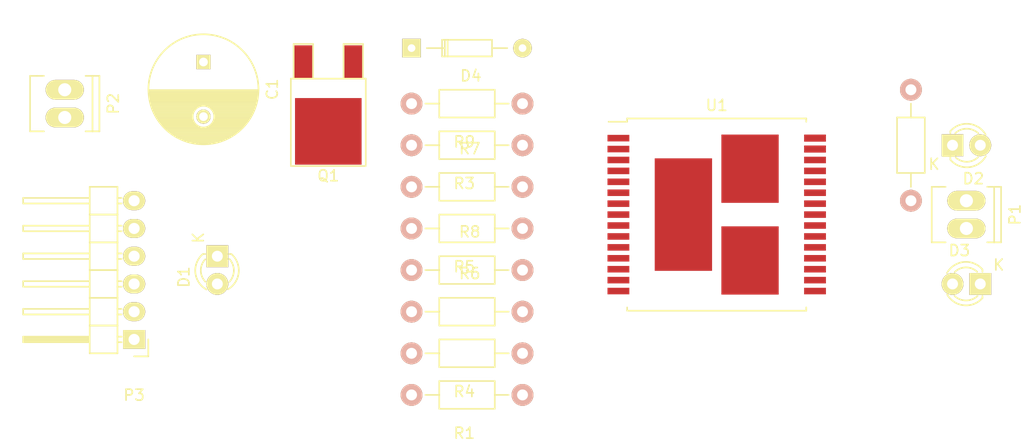
<source format=kicad_pcb>
(kicad_pcb (version 4) (host pcbnew 4.0.4+e1-6308~48~ubuntu14.04.1-stable)

  (general
    (links 44)
    (no_connects 44)
    (area 0 0 0 0)
    (thickness 1.6)
    (drawings 0)
    (tracks 0)
    (zones 0)
    (modules 19)
    (nets 19)
  )

  (page A4)
  (title_block
    (title "Motor Driver")
    (date 2016-11-01)
    (rev 1.0)
  )

  (layers
    (0 F.Cu signal)
    (31 B.Cu signal)
    (32 B.Adhes user)
    (33 F.Adhes user)
    (34 B.Paste user)
    (35 F.Paste user)
    (36 B.SilkS user)
    (37 F.SilkS user)
    (38 B.Mask user)
    (39 F.Mask user)
    (40 Dwgs.User user)
    (41 Cmts.User user)
    (42 Eco1.User user)
    (43 Eco2.User user)
    (44 Edge.Cuts user)
    (45 Margin user)
    (46 B.CrtYd user)
    (47 F.CrtYd user)
    (48 B.Fab user)
    (49 F.Fab user)
  )

  (setup
    (last_trace_width 0.25)
    (trace_clearance 0.2)
    (zone_clearance 0.508)
    (zone_45_only no)
    (trace_min 0.2)
    (segment_width 0.2)
    (edge_width 0.15)
    (via_size 0.6)
    (via_drill 0.4)
    (via_min_size 0.4)
    (via_min_drill 0.3)
    (uvia_size 0.3)
    (uvia_drill 0.1)
    (uvias_allowed no)
    (uvia_min_size 0.2)
    (uvia_min_drill 0.1)
    (pcb_text_width 0.3)
    (pcb_text_size 1.5 1.5)
    (mod_edge_width 0.15)
    (mod_text_size 1 1)
    (mod_text_width 0.15)
    (pad_size 1.524 1.524)
    (pad_drill 0.762)
    (pad_to_mask_clearance 0.2)
    (aux_axis_origin 0 0)
    (visible_elements FFFFFF7F)
    (pcbplotparams
      (layerselection 0x00030_80000001)
      (usegerberextensions false)
      (excludeedgelayer true)
      (linewidth 0.100000)
      (plotframeref false)
      (viasonmask false)
      (mode 1)
      (useauxorigin false)
      (hpglpennumber 1)
      (hpglpenspeed 20)
      (hpglpendiameter 15)
      (hpglpenoverlay 2)
      (psnegative false)
      (psa4output false)
      (plotreference true)
      (plotvalue true)
      (plotinvisibletext false)
      (padsonsilk false)
      (subtractmaskfromsilk false)
      (outputformat 1)
      (mirror false)
      (drillshape 1)
      (scaleselection 1)
      (outputdirectory ""))
  )

  (net 0 "")
  (net 1 "Net-(D4-Pad1)")
  (net 2 Earth)
  (net 3 "Net-(C1-Pad2)")
  (net 4 VCC)
  (net 5 "Net-(D1-Pad2)")
  (net 6 /OUTB)
  (net 7 "Net-(D2-Pad2)")
  (net 8 /OUTA)
  (net 9 +5V)
  (net 10 /INA)
  (net 11 /INB)
  (net 12 /PWM)
  (net 13 /CS)
  (net 14 "Net-(R3-Pad1)")
  (net 15 "Net-(R4-Pad1)")
  (net 16 "Net-(R5-Pad1)")
  (net 17 "Net-(R6-Pad2)")
  (net 18 "Net-(R7-Pad2)")

  (net_class Default "This is the default net class."
    (clearance 0.2)
    (trace_width 0.25)
    (via_dia 0.6)
    (via_drill 0.4)
    (uvia_dia 0.3)
    (uvia_drill 0.1)
    (add_net +5V)
    (add_net /CS)
    (add_net /INA)
    (add_net /INB)
    (add_net /OUTA)
    (add_net /OUTB)
    (add_net /PWM)
    (add_net Earth)
    (add_net "Net-(C1-Pad2)")
    (add_net "Net-(D1-Pad2)")
    (add_net "Net-(D2-Pad2)")
    (add_net "Net-(D4-Pad1)")
    (add_net "Net-(R3-Pad1)")
    (add_net "Net-(R4-Pad1)")
    (add_net "Net-(R5-Pad1)")
    (add_net "Net-(R6-Pad2)")
    (add_net "Net-(R7-Pad2)")
    (add_net VCC)
  )

  (module Capacitors_ThroughHole:C_Radial_D10_L20_P5 (layer F.Cu) (tedit 0) (tstamp 58186F57)
    (at 121.92 81.28 270)
    (descr "Radial Electrolytic Capacitor Diameter 10mm x Length 20mm, Pitch 5mm")
    (tags "Electrolytic Capacitor")
    (path /58197F62)
    (fp_text reference C1 (at 2.5 -6.3 270) (layer F.SilkS)
      (effects (font (size 1 1) (thickness 0.15)))
    )
    (fp_text value 1u (at 2.5 6.3 270) (layer F.Fab)
      (effects (font (size 1 1) (thickness 0.15)))
    )
    (fp_line (start 2.575 -4.999) (end 2.575 4.999) (layer F.SilkS) (width 0.15))
    (fp_line (start 2.715 -4.995) (end 2.715 4.995) (layer F.SilkS) (width 0.15))
    (fp_line (start 2.855 -4.987) (end 2.855 4.987) (layer F.SilkS) (width 0.15))
    (fp_line (start 2.995 -4.975) (end 2.995 4.975) (layer F.SilkS) (width 0.15))
    (fp_line (start 3.135 -4.96) (end 3.135 4.96) (layer F.SilkS) (width 0.15))
    (fp_line (start 3.275 -4.94) (end 3.275 4.94) (layer F.SilkS) (width 0.15))
    (fp_line (start 3.415 -4.916) (end 3.415 4.916) (layer F.SilkS) (width 0.15))
    (fp_line (start 3.555 -4.887) (end 3.555 4.887) (layer F.SilkS) (width 0.15))
    (fp_line (start 3.695 -4.855) (end 3.695 4.855) (layer F.SilkS) (width 0.15))
    (fp_line (start 3.835 -4.818) (end 3.835 4.818) (layer F.SilkS) (width 0.15))
    (fp_line (start 3.975 -4.777) (end 3.975 4.777) (layer F.SilkS) (width 0.15))
    (fp_line (start 4.115 -4.732) (end 4.115 -0.466) (layer F.SilkS) (width 0.15))
    (fp_line (start 4.115 0.466) (end 4.115 4.732) (layer F.SilkS) (width 0.15))
    (fp_line (start 4.255 -4.682) (end 4.255 -0.667) (layer F.SilkS) (width 0.15))
    (fp_line (start 4.255 0.667) (end 4.255 4.682) (layer F.SilkS) (width 0.15))
    (fp_line (start 4.395 -4.627) (end 4.395 -0.796) (layer F.SilkS) (width 0.15))
    (fp_line (start 4.395 0.796) (end 4.395 4.627) (layer F.SilkS) (width 0.15))
    (fp_line (start 4.535 -4.567) (end 4.535 -0.885) (layer F.SilkS) (width 0.15))
    (fp_line (start 4.535 0.885) (end 4.535 4.567) (layer F.SilkS) (width 0.15))
    (fp_line (start 4.675 -4.502) (end 4.675 -0.946) (layer F.SilkS) (width 0.15))
    (fp_line (start 4.675 0.946) (end 4.675 4.502) (layer F.SilkS) (width 0.15))
    (fp_line (start 4.815 -4.432) (end 4.815 -0.983) (layer F.SilkS) (width 0.15))
    (fp_line (start 4.815 0.983) (end 4.815 4.432) (layer F.SilkS) (width 0.15))
    (fp_line (start 4.955 -4.356) (end 4.955 -0.999) (layer F.SilkS) (width 0.15))
    (fp_line (start 4.955 0.999) (end 4.955 4.356) (layer F.SilkS) (width 0.15))
    (fp_line (start 5.095 -4.274) (end 5.095 -0.995) (layer F.SilkS) (width 0.15))
    (fp_line (start 5.095 0.995) (end 5.095 4.274) (layer F.SilkS) (width 0.15))
    (fp_line (start 5.235 -4.186) (end 5.235 -0.972) (layer F.SilkS) (width 0.15))
    (fp_line (start 5.235 0.972) (end 5.235 4.186) (layer F.SilkS) (width 0.15))
    (fp_line (start 5.375 -4.091) (end 5.375 -0.927) (layer F.SilkS) (width 0.15))
    (fp_line (start 5.375 0.927) (end 5.375 4.091) (layer F.SilkS) (width 0.15))
    (fp_line (start 5.515 -3.989) (end 5.515 -0.857) (layer F.SilkS) (width 0.15))
    (fp_line (start 5.515 0.857) (end 5.515 3.989) (layer F.SilkS) (width 0.15))
    (fp_line (start 5.655 -3.879) (end 5.655 -0.756) (layer F.SilkS) (width 0.15))
    (fp_line (start 5.655 0.756) (end 5.655 3.879) (layer F.SilkS) (width 0.15))
    (fp_line (start 5.795 -3.761) (end 5.795 -0.607) (layer F.SilkS) (width 0.15))
    (fp_line (start 5.795 0.607) (end 5.795 3.761) (layer F.SilkS) (width 0.15))
    (fp_line (start 5.935 -3.633) (end 5.935 -0.355) (layer F.SilkS) (width 0.15))
    (fp_line (start 5.935 0.355) (end 5.935 3.633) (layer F.SilkS) (width 0.15))
    (fp_line (start 6.075 -3.496) (end 6.075 3.496) (layer F.SilkS) (width 0.15))
    (fp_line (start 6.215 -3.346) (end 6.215 3.346) (layer F.SilkS) (width 0.15))
    (fp_line (start 6.355 -3.184) (end 6.355 3.184) (layer F.SilkS) (width 0.15))
    (fp_line (start 6.495 -3.007) (end 6.495 3.007) (layer F.SilkS) (width 0.15))
    (fp_line (start 6.635 -2.811) (end 6.635 2.811) (layer F.SilkS) (width 0.15))
    (fp_line (start 6.775 -2.593) (end 6.775 2.593) (layer F.SilkS) (width 0.15))
    (fp_line (start 6.915 -2.347) (end 6.915 2.347) (layer F.SilkS) (width 0.15))
    (fp_line (start 7.055 -2.062) (end 7.055 2.062) (layer F.SilkS) (width 0.15))
    (fp_line (start 7.195 -1.72) (end 7.195 1.72) (layer F.SilkS) (width 0.15))
    (fp_line (start 7.335 -1.274) (end 7.335 1.274) (layer F.SilkS) (width 0.15))
    (fp_line (start 7.475 -0.499) (end 7.475 0.499) (layer F.SilkS) (width 0.15))
    (fp_circle (center 5 0) (end 5 -1) (layer F.SilkS) (width 0.15))
    (fp_circle (center 2.5 0) (end 2.5 -5.0375) (layer F.SilkS) (width 0.15))
    (fp_circle (center 2.5 0) (end 2.5 -5.3) (layer F.CrtYd) (width 0.05))
    (pad 1 thru_hole rect (at 0 0 270) (size 1.3 1.3) (drill 0.8) (layers *.Cu *.Mask F.SilkS)
      (net 4 VCC))
    (pad 2 thru_hole circle (at 5 0 270) (size 1.3 1.3) (drill 0.8) (layers *.Cu *.Mask F.SilkS)
      (net 3 "Net-(C1-Pad2)"))
    (model Capacitors_ThroughHole.3dshapes/C_Radial_D10_L20_P5.wrl
      (at (xyz 0 0 0))
      (scale (xyz 1 1 1))
      (rotate (xyz 0 0 0))
    )
  )

  (module LEDs:LED-3MM (layer F.Cu) (tedit 559B82F6) (tstamp 58186F5D)
    (at 123.19 99.06 270)
    (descr "LED 3mm round vertical")
    (tags "LED  3mm round vertical")
    (path /57DAFAA3)
    (fp_text reference D1 (at 1.91 3.06 270) (layer F.SilkS)
      (effects (font (size 1 1) (thickness 0.15)))
    )
    (fp_text value LED (at 1.3 -2.9 270) (layer F.Fab)
      (effects (font (size 1 1) (thickness 0.15)))
    )
    (fp_line (start -1.2 2.3) (end 3.8 2.3) (layer F.CrtYd) (width 0.05))
    (fp_line (start 3.8 2.3) (end 3.8 -2.2) (layer F.CrtYd) (width 0.05))
    (fp_line (start 3.8 -2.2) (end -1.2 -2.2) (layer F.CrtYd) (width 0.05))
    (fp_line (start -1.2 -2.2) (end -1.2 2.3) (layer F.CrtYd) (width 0.05))
    (fp_line (start -0.199 1.314) (end -0.199 1.114) (layer F.SilkS) (width 0.15))
    (fp_line (start -0.199 -1.28) (end -0.199 -1.1) (layer F.SilkS) (width 0.15))
    (fp_arc (start 1.301 0.034) (end -0.199 -1.286) (angle 108.5) (layer F.SilkS) (width 0.15))
    (fp_arc (start 1.301 0.034) (end 0.25 -1.1) (angle 85.7) (layer F.SilkS) (width 0.15))
    (fp_arc (start 1.311 0.034) (end 3.051 0.994) (angle 110) (layer F.SilkS) (width 0.15))
    (fp_arc (start 1.301 0.034) (end 2.335 1.094) (angle 87.5) (layer F.SilkS) (width 0.15))
    (fp_text user K (at -1.69 1.74 270) (layer F.SilkS)
      (effects (font (size 1 1) (thickness 0.15)))
    )
    (pad 1 thru_hole rect (at 0 0) (size 2 2) (drill 1.00076) (layers *.Cu *.Mask F.SilkS)
      (net 2 Earth))
    (pad 2 thru_hole circle (at 2.54 0 270) (size 2 2) (drill 1.00076) (layers *.Cu *.Mask F.SilkS)
      (net 5 "Net-(D1-Pad2)"))
    (model LEDs.3dshapes/LED-3MM.wrl
      (at (xyz 0.05 0 0))
      (scale (xyz 1 1 1))
      (rotate (xyz 0 0 90))
    )
  )

  (module LEDs:LED-3MM (layer F.Cu) (tedit 559B82F6) (tstamp 58186F63)
    (at 190.5 88.9)
    (descr "LED 3mm round vertical")
    (tags "LED  3mm round vertical")
    (path /57DAFB82)
    (fp_text reference D2 (at 1.91 3.06) (layer F.SilkS)
      (effects (font (size 1 1) (thickness 0.15)))
    )
    (fp_text value LED (at 1.3 -2.9) (layer F.Fab)
      (effects (font (size 1 1) (thickness 0.15)))
    )
    (fp_line (start -1.2 2.3) (end 3.8 2.3) (layer F.CrtYd) (width 0.05))
    (fp_line (start 3.8 2.3) (end 3.8 -2.2) (layer F.CrtYd) (width 0.05))
    (fp_line (start 3.8 -2.2) (end -1.2 -2.2) (layer F.CrtYd) (width 0.05))
    (fp_line (start -1.2 -2.2) (end -1.2 2.3) (layer F.CrtYd) (width 0.05))
    (fp_line (start -0.199 1.314) (end -0.199 1.114) (layer F.SilkS) (width 0.15))
    (fp_line (start -0.199 -1.28) (end -0.199 -1.1) (layer F.SilkS) (width 0.15))
    (fp_arc (start 1.301 0.034) (end -0.199 -1.286) (angle 108.5) (layer F.SilkS) (width 0.15))
    (fp_arc (start 1.301 0.034) (end 0.25 -1.1) (angle 85.7) (layer F.SilkS) (width 0.15))
    (fp_arc (start 1.311 0.034) (end 3.051 0.994) (angle 110) (layer F.SilkS) (width 0.15))
    (fp_arc (start 1.301 0.034) (end 2.335 1.094) (angle 87.5) (layer F.SilkS) (width 0.15))
    (fp_text user K (at -1.69 1.74) (layer F.SilkS)
      (effects (font (size 1 1) (thickness 0.15)))
    )
    (pad 1 thru_hole rect (at 0 0 90) (size 2 2) (drill 1.00076) (layers *.Cu *.Mask F.SilkS)
      (net 6 /OUTB))
    (pad 2 thru_hole circle (at 2.54 0) (size 2 2) (drill 1.00076) (layers *.Cu *.Mask F.SilkS)
      (net 7 "Net-(D2-Pad2)"))
    (model LEDs.3dshapes/LED-3MM.wrl
      (at (xyz 0.05 0 0))
      (scale (xyz 1 1 1))
      (rotate (xyz 0 0 90))
    )
  )

  (module LEDs:LED-3MM (layer F.Cu) (tedit 559B82F6) (tstamp 58186F69)
    (at 193.04 101.6 180)
    (descr "LED 3mm round vertical")
    (tags "LED  3mm round vertical")
    (path /57DAFBD1)
    (fp_text reference D3 (at 1.91 3.06 180) (layer F.SilkS)
      (effects (font (size 1 1) (thickness 0.15)))
    )
    (fp_text value LED (at 1.3 -2.9 180) (layer F.Fab)
      (effects (font (size 1 1) (thickness 0.15)))
    )
    (fp_line (start -1.2 2.3) (end 3.8 2.3) (layer F.CrtYd) (width 0.05))
    (fp_line (start 3.8 2.3) (end 3.8 -2.2) (layer F.CrtYd) (width 0.05))
    (fp_line (start 3.8 -2.2) (end -1.2 -2.2) (layer F.CrtYd) (width 0.05))
    (fp_line (start -1.2 -2.2) (end -1.2 2.3) (layer F.CrtYd) (width 0.05))
    (fp_line (start -0.199 1.314) (end -0.199 1.114) (layer F.SilkS) (width 0.15))
    (fp_line (start -0.199 -1.28) (end -0.199 -1.1) (layer F.SilkS) (width 0.15))
    (fp_arc (start 1.301 0.034) (end -0.199 -1.286) (angle 108.5) (layer F.SilkS) (width 0.15))
    (fp_arc (start 1.301 0.034) (end 0.25 -1.1) (angle 85.7) (layer F.SilkS) (width 0.15))
    (fp_arc (start 1.311 0.034) (end 3.051 0.994) (angle 110) (layer F.SilkS) (width 0.15))
    (fp_arc (start 1.301 0.034) (end 2.335 1.094) (angle 87.5) (layer F.SilkS) (width 0.15))
    (fp_text user K (at -1.69 1.74 180) (layer F.SilkS)
      (effects (font (size 1 1) (thickness 0.15)))
    )
    (pad 1 thru_hole rect (at 0 0 270) (size 2 2) (drill 1.00076) (layers *.Cu *.Mask F.SilkS)
      (net 7 "Net-(D2-Pad2)"))
    (pad 2 thru_hole circle (at 2.54 0 180) (size 2 2) (drill 1.00076) (layers *.Cu *.Mask F.SilkS)
      (net 6 /OUTB))
    (model LEDs.3dshapes/LED-3MM.wrl
      (at (xyz 0.05 0 0))
      (scale (xyz 1 1 1))
      (rotate (xyz 0 0 90))
    )
  )

  (module Sockets_MOLEX_KK-System:Socket_MOLEX-KK-RM2-54mm_Lock_2pin_straight (layer F.Cu) (tedit 0) (tstamp 58186F75)
    (at 191.77 95.25 270)
    (descr "Socket, MOLEX, KK, RM 2.54mm, Lock, 2pin, straight,")
    (tags "Socket, MOLEX, KK, RM 2.54mm, Lock, 2pin, straight,")
    (path /57DAF582)
    (fp_text reference P1 (at 0 -4.445 270) (layer F.SilkS)
      (effects (font (size 1 1) (thickness 0.15)))
    )
    (fp_text value CONN_01X02 (at -0.635 5.08 270) (layer F.Fab)
      (effects (font (size 1 1) (thickness 0.15)))
    )
    (fp_line (start -2.54 -2.54) (end 2.54 -2.54) (layer F.SilkS) (width 0.15))
    (fp_line (start 2.54 3.175) (end 2.54 1.905) (layer F.SilkS) (width 0.15))
    (fp_line (start 2.54 -2.54) (end 2.54 -1.905) (layer F.SilkS) (width 0.15))
    (fp_line (start -2.54 2.54) (end -2.54 1.905) (layer F.SilkS) (width 0.15))
    (fp_line (start -2.54 -2.54) (end -2.54 -1.905) (layer F.SilkS) (width 0.15))
    (fp_line (start -2.54 -2.54) (end -2.54 -3.175) (layer F.SilkS) (width 0.15))
    (fp_line (start -2.54 -3.175) (end 2.54 -3.175) (layer F.SilkS) (width 0.15))
    (fp_line (start 2.54 -3.175) (end 2.54 -2.54) (layer F.SilkS) (width 0.15))
    (fp_line (start 2.54 3.175) (end -2.54 3.175) (layer F.SilkS) (width 0.15))
    (fp_line (start -2.54 3.175) (end -2.54 2.54) (layer F.SilkS) (width 0.15))
    (pad 1 thru_hole oval (at -1.27 0 270) (size 1.80086 3.50012) (drill 1.19888) (layers *.Cu *.Mask F.SilkS)
      (net 8 /OUTA))
    (pad 2 thru_hole oval (at 1.27 0 270) (size 1.80086 3.50012) (drill 1.19888) (layers *.Cu *.Mask F.SilkS)
      (net 6 /OUTB))
  )

  (module Sockets_MOLEX_KK-System:Socket_MOLEX-KK-RM2-54mm_Lock_2pin_straight (layer F.Cu) (tedit 0) (tstamp 58186F7B)
    (at 109.22 85.09 270)
    (descr "Socket, MOLEX, KK, RM 2.54mm, Lock, 2pin, straight,")
    (tags "Socket, MOLEX, KK, RM 2.54mm, Lock, 2pin, straight,")
    (path /57DAF5AF)
    (fp_text reference P2 (at 0 -4.445 270) (layer F.SilkS)
      (effects (font (size 1 1) (thickness 0.15)))
    )
    (fp_text value CONN_01X02 (at -0.635 5.08 270) (layer F.Fab)
      (effects (font (size 1 1) (thickness 0.15)))
    )
    (fp_line (start -2.54 -2.54) (end 2.54 -2.54) (layer F.SilkS) (width 0.15))
    (fp_line (start 2.54 3.175) (end 2.54 1.905) (layer F.SilkS) (width 0.15))
    (fp_line (start 2.54 -2.54) (end 2.54 -1.905) (layer F.SilkS) (width 0.15))
    (fp_line (start -2.54 2.54) (end -2.54 1.905) (layer F.SilkS) (width 0.15))
    (fp_line (start -2.54 -2.54) (end -2.54 -1.905) (layer F.SilkS) (width 0.15))
    (fp_line (start -2.54 -2.54) (end -2.54 -3.175) (layer F.SilkS) (width 0.15))
    (fp_line (start -2.54 -3.175) (end 2.54 -3.175) (layer F.SilkS) (width 0.15))
    (fp_line (start 2.54 -3.175) (end 2.54 -2.54) (layer F.SilkS) (width 0.15))
    (fp_line (start 2.54 3.175) (end -2.54 3.175) (layer F.SilkS) (width 0.15))
    (fp_line (start -2.54 3.175) (end -2.54 2.54) (layer F.SilkS) (width 0.15))
    (pad 1 thru_hole oval (at -1.27 0 270) (size 1.80086 3.50012) (drill 1.19888) (layers *.Cu *.Mask F.SilkS)
      (net 4 VCC))
    (pad 2 thru_hole oval (at 1.27 0 270) (size 1.80086 3.50012) (drill 1.19888) (layers *.Cu *.Mask F.SilkS)
      (net 2 Earth))
  )

  (module Pin_Headers:Pin_Header_Angled_1x06 (layer F.Cu) (tedit 0) (tstamp 58186F85)
    (at 115.57 106.68 180)
    (descr "Through hole pin header")
    (tags "pin header")
    (path /5819BEBC)
    (fp_text reference P3 (at 0 -5.1 180) (layer F.SilkS)
      (effects (font (size 1 1) (thickness 0.15)))
    )
    (fp_text value CONN_01X06 (at 0 -3.1 180) (layer F.Fab)
      (effects (font (size 1 1) (thickness 0.15)))
    )
    (fp_line (start -1.5 -1.75) (end -1.5 14.45) (layer F.CrtYd) (width 0.05))
    (fp_line (start 10.65 -1.75) (end 10.65 14.45) (layer F.CrtYd) (width 0.05))
    (fp_line (start -1.5 -1.75) (end 10.65 -1.75) (layer F.CrtYd) (width 0.05))
    (fp_line (start -1.5 14.45) (end 10.65 14.45) (layer F.CrtYd) (width 0.05))
    (fp_line (start -1.3 -1.55) (end -1.3 0) (layer F.SilkS) (width 0.15))
    (fp_line (start 0 -1.55) (end -1.3 -1.55) (layer F.SilkS) (width 0.15))
    (fp_line (start 4.191 -0.127) (end 10.033 -0.127) (layer F.SilkS) (width 0.15))
    (fp_line (start 10.033 -0.127) (end 10.033 0.127) (layer F.SilkS) (width 0.15))
    (fp_line (start 10.033 0.127) (end 4.191 0.127) (layer F.SilkS) (width 0.15))
    (fp_line (start 4.191 0.127) (end 4.191 0) (layer F.SilkS) (width 0.15))
    (fp_line (start 4.191 0) (end 10.033 0) (layer F.SilkS) (width 0.15))
    (fp_line (start 1.524 -0.254) (end 1.143 -0.254) (layer F.SilkS) (width 0.15))
    (fp_line (start 1.524 0.254) (end 1.143 0.254) (layer F.SilkS) (width 0.15))
    (fp_line (start 1.524 2.286) (end 1.143 2.286) (layer F.SilkS) (width 0.15))
    (fp_line (start 1.524 2.794) (end 1.143 2.794) (layer F.SilkS) (width 0.15))
    (fp_line (start 1.524 4.826) (end 1.143 4.826) (layer F.SilkS) (width 0.15))
    (fp_line (start 1.524 5.334) (end 1.143 5.334) (layer F.SilkS) (width 0.15))
    (fp_line (start 1.524 12.954) (end 1.143 12.954) (layer F.SilkS) (width 0.15))
    (fp_line (start 1.524 12.446) (end 1.143 12.446) (layer F.SilkS) (width 0.15))
    (fp_line (start 1.524 10.414) (end 1.143 10.414) (layer F.SilkS) (width 0.15))
    (fp_line (start 1.524 9.906) (end 1.143 9.906) (layer F.SilkS) (width 0.15))
    (fp_line (start 1.524 7.874) (end 1.143 7.874) (layer F.SilkS) (width 0.15))
    (fp_line (start 1.524 7.366) (end 1.143 7.366) (layer F.SilkS) (width 0.15))
    (fp_line (start 1.524 -1.27) (end 4.064 -1.27) (layer F.SilkS) (width 0.15))
    (fp_line (start 1.524 1.27) (end 4.064 1.27) (layer F.SilkS) (width 0.15))
    (fp_line (start 1.524 1.27) (end 1.524 3.81) (layer F.SilkS) (width 0.15))
    (fp_line (start 1.524 3.81) (end 4.064 3.81) (layer F.SilkS) (width 0.15))
    (fp_line (start 4.064 2.286) (end 10.16 2.286) (layer F.SilkS) (width 0.15))
    (fp_line (start 10.16 2.286) (end 10.16 2.794) (layer F.SilkS) (width 0.15))
    (fp_line (start 10.16 2.794) (end 4.064 2.794) (layer F.SilkS) (width 0.15))
    (fp_line (start 4.064 3.81) (end 4.064 1.27) (layer F.SilkS) (width 0.15))
    (fp_line (start 4.064 1.27) (end 4.064 -1.27) (layer F.SilkS) (width 0.15))
    (fp_line (start 10.16 0.254) (end 4.064 0.254) (layer F.SilkS) (width 0.15))
    (fp_line (start 10.16 -0.254) (end 10.16 0.254) (layer F.SilkS) (width 0.15))
    (fp_line (start 4.064 -0.254) (end 10.16 -0.254) (layer F.SilkS) (width 0.15))
    (fp_line (start 1.524 1.27) (end 4.064 1.27) (layer F.SilkS) (width 0.15))
    (fp_line (start 1.524 -1.27) (end 1.524 1.27) (layer F.SilkS) (width 0.15))
    (fp_line (start 1.524 8.89) (end 4.064 8.89) (layer F.SilkS) (width 0.15))
    (fp_line (start 1.524 8.89) (end 1.524 11.43) (layer F.SilkS) (width 0.15))
    (fp_line (start 1.524 11.43) (end 4.064 11.43) (layer F.SilkS) (width 0.15))
    (fp_line (start 4.064 9.906) (end 10.16 9.906) (layer F.SilkS) (width 0.15))
    (fp_line (start 10.16 9.906) (end 10.16 10.414) (layer F.SilkS) (width 0.15))
    (fp_line (start 10.16 10.414) (end 4.064 10.414) (layer F.SilkS) (width 0.15))
    (fp_line (start 4.064 11.43) (end 4.064 8.89) (layer F.SilkS) (width 0.15))
    (fp_line (start 4.064 13.97) (end 4.064 11.43) (layer F.SilkS) (width 0.15))
    (fp_line (start 10.16 12.954) (end 4.064 12.954) (layer F.SilkS) (width 0.15))
    (fp_line (start 10.16 12.446) (end 10.16 12.954) (layer F.SilkS) (width 0.15))
    (fp_line (start 4.064 12.446) (end 10.16 12.446) (layer F.SilkS) (width 0.15))
    (fp_line (start 1.524 13.97) (end 4.064 13.97) (layer F.SilkS) (width 0.15))
    (fp_line (start 1.524 11.43) (end 1.524 13.97) (layer F.SilkS) (width 0.15))
    (fp_line (start 1.524 11.43) (end 4.064 11.43) (layer F.SilkS) (width 0.15))
    (fp_line (start 1.524 6.35) (end 4.064 6.35) (layer F.SilkS) (width 0.15))
    (fp_line (start 1.524 6.35) (end 1.524 8.89) (layer F.SilkS) (width 0.15))
    (fp_line (start 1.524 8.89) (end 4.064 8.89) (layer F.SilkS) (width 0.15))
    (fp_line (start 4.064 7.366) (end 10.16 7.366) (layer F.SilkS) (width 0.15))
    (fp_line (start 10.16 7.366) (end 10.16 7.874) (layer F.SilkS) (width 0.15))
    (fp_line (start 10.16 7.874) (end 4.064 7.874) (layer F.SilkS) (width 0.15))
    (fp_line (start 4.064 8.89) (end 4.064 6.35) (layer F.SilkS) (width 0.15))
    (fp_line (start 4.064 6.35) (end 4.064 3.81) (layer F.SilkS) (width 0.15))
    (fp_line (start 10.16 5.334) (end 4.064 5.334) (layer F.SilkS) (width 0.15))
    (fp_line (start 10.16 4.826) (end 10.16 5.334) (layer F.SilkS) (width 0.15))
    (fp_line (start 4.064 4.826) (end 10.16 4.826) (layer F.SilkS) (width 0.15))
    (fp_line (start 1.524 6.35) (end 4.064 6.35) (layer F.SilkS) (width 0.15))
    (fp_line (start 1.524 3.81) (end 1.524 6.35) (layer F.SilkS) (width 0.15))
    (fp_line (start 1.524 3.81) (end 4.064 3.81) (layer F.SilkS) (width 0.15))
    (pad 1 thru_hole rect (at 0 0 180) (size 2.032 1.7272) (drill 1.016) (layers *.Cu *.Mask F.SilkS)
      (net 9 +5V))
    (pad 2 thru_hole oval (at 0 2.54 180) (size 2.032 1.7272) (drill 1.016) (layers *.Cu *.Mask F.SilkS)
      (net 12 /PWM))
    (pad 3 thru_hole oval (at 0 5.08 180) (size 2.032 1.7272) (drill 1.016) (layers *.Cu *.Mask F.SilkS)
      (net 10 /INA))
    (pad 4 thru_hole oval (at 0 7.62 180) (size 2.032 1.7272) (drill 1.016) (layers *.Cu *.Mask F.SilkS)
      (net 11 /INB))
    (pad 5 thru_hole oval (at 0 10.16 180) (size 2.032 1.7272) (drill 1.016) (layers *.Cu *.Mask F.SilkS)
      (net 13 /CS))
    (pad 6 thru_hole oval (at 0 12.7 180) (size 2.032 1.7272) (drill 1.016) (layers *.Cu *.Mask F.SilkS)
      (net 2 Earth))
    (model Pin_Headers.3dshapes/Pin_Header_Angled_1x06.wrl
      (at (xyz 0 -0.25 0))
      (scale (xyz 1 1 1))
      (rotate (xyz 0 0 90))
    )
  )

  (module Resistors_ThroughHole:Resistor_Horizontal_RM10mm (layer F.Cu) (tedit 56648415) (tstamp 58186F9B)
    (at 151.13 111.76 180)
    (descr "Resistor, Axial,  RM 10mm, 1/3W")
    (tags "Resistor Axial RM 10mm 1/3W")
    (path /57DAF93D)
    (fp_text reference R1 (at 5.32892 -3.50012 180) (layer F.SilkS)
      (effects (font (size 1 1) (thickness 0.15)))
    )
    (fp_text value 330R (at 5.08 3.81 180) (layer F.Fab)
      (effects (font (size 1 1) (thickness 0.15)))
    )
    (fp_line (start -1.25 -1.5) (end 11.4 -1.5) (layer F.CrtYd) (width 0.05))
    (fp_line (start -1.25 1.5) (end -1.25 -1.5) (layer F.CrtYd) (width 0.05))
    (fp_line (start 11.4 -1.5) (end 11.4 1.5) (layer F.CrtYd) (width 0.05))
    (fp_line (start -1.25 1.5) (end 11.4 1.5) (layer F.CrtYd) (width 0.05))
    (fp_line (start 2.54 -1.27) (end 7.62 -1.27) (layer F.SilkS) (width 0.15))
    (fp_line (start 7.62 -1.27) (end 7.62 1.27) (layer F.SilkS) (width 0.15))
    (fp_line (start 7.62 1.27) (end 2.54 1.27) (layer F.SilkS) (width 0.15))
    (fp_line (start 2.54 1.27) (end 2.54 -1.27) (layer F.SilkS) (width 0.15))
    (fp_line (start 2.54 0) (end 1.27 0) (layer F.SilkS) (width 0.15))
    (fp_line (start 7.62 0) (end 8.89 0) (layer F.SilkS) (width 0.15))
    (pad 1 thru_hole circle (at 0 0 180) (size 1.99898 1.99898) (drill 1.00076) (layers *.Cu *.SilkS *.Mask)
      (net 9 +5V))
    (pad 2 thru_hole circle (at 10.16 0 180) (size 1.99898 1.99898) (drill 1.00076) (layers *.Cu *.SilkS *.Mask)
      (net 5 "Net-(D1-Pad2)"))
    (model Resistors_ThroughHole.3dshapes/Resistor_Horizontal_RM10mm.wrl
      (at (xyz 0.2 0 0))
      (scale (xyz 0.4 0.4 0.4))
      (rotate (xyz 0 0 0))
    )
  )

  (module Resistors_ThroughHole:Resistor_Horizontal_RM10mm (layer F.Cu) (tedit 56648415) (tstamp 58186FA1)
    (at 186.69 83.82 270)
    (descr "Resistor, Axial,  RM 10mm, 1/3W")
    (tags "Resistor Axial RM 10mm 1/3W")
    (path /57DAFA58)
    (fp_text reference R2 (at 5.32892 -3.50012 270) (layer F.SilkS)
      (effects (font (size 1 1) (thickness 0.15)))
    )
    (fp_text value 120R (at 5.08 3.81 270) (layer F.Fab)
      (effects (font (size 1 1) (thickness 0.15)))
    )
    (fp_line (start -1.25 -1.5) (end 11.4 -1.5) (layer F.CrtYd) (width 0.05))
    (fp_line (start -1.25 1.5) (end -1.25 -1.5) (layer F.CrtYd) (width 0.05))
    (fp_line (start 11.4 -1.5) (end 11.4 1.5) (layer F.CrtYd) (width 0.05))
    (fp_line (start -1.25 1.5) (end 11.4 1.5) (layer F.CrtYd) (width 0.05))
    (fp_line (start 2.54 -1.27) (end 7.62 -1.27) (layer F.SilkS) (width 0.15))
    (fp_line (start 7.62 -1.27) (end 7.62 1.27) (layer F.SilkS) (width 0.15))
    (fp_line (start 7.62 1.27) (end 2.54 1.27) (layer F.SilkS) (width 0.15))
    (fp_line (start 2.54 1.27) (end 2.54 -1.27) (layer F.SilkS) (width 0.15))
    (fp_line (start 2.54 0) (end 1.27 0) (layer F.SilkS) (width 0.15))
    (fp_line (start 7.62 0) (end 8.89 0) (layer F.SilkS) (width 0.15))
    (pad 1 thru_hole circle (at 0 0 270) (size 1.99898 1.99898) (drill 1.00076) (layers *.Cu *.SilkS *.Mask)
      (net 7 "Net-(D2-Pad2)"))
    (pad 2 thru_hole circle (at 10.16 0 270) (size 1.99898 1.99898) (drill 1.00076) (layers *.Cu *.SilkS *.Mask)
      (net 8 /OUTA))
    (model Resistors_ThroughHole.3dshapes/Resistor_Horizontal_RM10mm.wrl
      (at (xyz 0.2 0 0))
      (scale (xyz 0.4 0.4 0.4))
      (rotate (xyz 0 0 0))
    )
  )

  (module Resistors_ThroughHole:Resistor_Horizontal_RM10mm (layer F.Cu) (tedit 56648415) (tstamp 58186FA7)
    (at 151.13 88.9 180)
    (descr "Resistor, Axial,  RM 10mm, 1/3W")
    (tags "Resistor Axial RM 10mm 1/3W")
    (path /57DAF714)
    (fp_text reference R3 (at 5.32892 -3.50012 180) (layer F.SilkS)
      (effects (font (size 1 1) (thickness 0.15)))
    )
    (fp_text value 1k (at 5.08 3.81 180) (layer F.Fab)
      (effects (font (size 1 1) (thickness 0.15)))
    )
    (fp_line (start -1.25 -1.5) (end 11.4 -1.5) (layer F.CrtYd) (width 0.05))
    (fp_line (start -1.25 1.5) (end -1.25 -1.5) (layer F.CrtYd) (width 0.05))
    (fp_line (start 11.4 -1.5) (end 11.4 1.5) (layer F.CrtYd) (width 0.05))
    (fp_line (start -1.25 1.5) (end 11.4 1.5) (layer F.CrtYd) (width 0.05))
    (fp_line (start 2.54 -1.27) (end 7.62 -1.27) (layer F.SilkS) (width 0.15))
    (fp_line (start 7.62 -1.27) (end 7.62 1.27) (layer F.SilkS) (width 0.15))
    (fp_line (start 7.62 1.27) (end 2.54 1.27) (layer F.SilkS) (width 0.15))
    (fp_line (start 2.54 1.27) (end 2.54 -1.27) (layer F.SilkS) (width 0.15))
    (fp_line (start 2.54 0) (end 1.27 0) (layer F.SilkS) (width 0.15))
    (fp_line (start 7.62 0) (end 8.89 0) (layer F.SilkS) (width 0.15))
    (pad 1 thru_hole circle (at 0 0 180) (size 1.99898 1.99898) (drill 1.00076) (layers *.Cu *.SilkS *.Mask)
      (net 14 "Net-(R3-Pad1)"))
    (pad 2 thru_hole circle (at 10.16 0 180) (size 1.99898 1.99898) (drill 1.00076) (layers *.Cu *.SilkS *.Mask)
      (net 10 /INA))
    (model Resistors_ThroughHole.3dshapes/Resistor_Horizontal_RM10mm.wrl
      (at (xyz 0.2 0 0))
      (scale (xyz 0.4 0.4 0.4))
      (rotate (xyz 0 0 0))
    )
  )

  (module Resistors_ThroughHole:Resistor_Horizontal_RM10mm (layer F.Cu) (tedit 56648415) (tstamp 58186FAD)
    (at 151.13 107.95 180)
    (descr "Resistor, Axial,  RM 10mm, 1/3W")
    (tags "Resistor Axial RM 10mm 1/3W")
    (path /57DAF7E4)
    (fp_text reference R4 (at 5.32892 -3.50012 180) (layer F.SilkS)
      (effects (font (size 1 1) (thickness 0.15)))
    )
    (fp_text value 1k (at 5.08 3.81 180) (layer F.Fab)
      (effects (font (size 1 1) (thickness 0.15)))
    )
    (fp_line (start -1.25 -1.5) (end 11.4 -1.5) (layer F.CrtYd) (width 0.05))
    (fp_line (start -1.25 1.5) (end -1.25 -1.5) (layer F.CrtYd) (width 0.05))
    (fp_line (start 11.4 -1.5) (end 11.4 1.5) (layer F.CrtYd) (width 0.05))
    (fp_line (start -1.25 1.5) (end 11.4 1.5) (layer F.CrtYd) (width 0.05))
    (fp_line (start 2.54 -1.27) (end 7.62 -1.27) (layer F.SilkS) (width 0.15))
    (fp_line (start 7.62 -1.27) (end 7.62 1.27) (layer F.SilkS) (width 0.15))
    (fp_line (start 7.62 1.27) (end 2.54 1.27) (layer F.SilkS) (width 0.15))
    (fp_line (start 2.54 1.27) (end 2.54 -1.27) (layer F.SilkS) (width 0.15))
    (fp_line (start 2.54 0) (end 1.27 0) (layer F.SilkS) (width 0.15))
    (fp_line (start 7.62 0) (end 8.89 0) (layer F.SilkS) (width 0.15))
    (pad 1 thru_hole circle (at 0 0 180) (size 1.99898 1.99898) (drill 1.00076) (layers *.Cu *.SilkS *.Mask)
      (net 15 "Net-(R4-Pad1)"))
    (pad 2 thru_hole circle (at 10.16 0 180) (size 1.99898 1.99898) (drill 1.00076) (layers *.Cu *.SilkS *.Mask)
      (net 11 /INB))
    (model Resistors_ThroughHole.3dshapes/Resistor_Horizontal_RM10mm.wrl
      (at (xyz 0.2 0 0))
      (scale (xyz 0.4 0.4 0.4))
      (rotate (xyz 0 0 0))
    )
  )

  (module Resistors_ThroughHole:Resistor_Horizontal_RM10mm (layer F.Cu) (tedit 56648415) (tstamp 58186FB3)
    (at 151.13 96.52 180)
    (descr "Resistor, Axial,  RM 10mm, 1/3W")
    (tags "Resistor Axial RM 10mm 1/3W")
    (path /57DAF779)
    (fp_text reference R5 (at 5.32892 -3.50012 180) (layer F.SilkS)
      (effects (font (size 1 1) (thickness 0.15)))
    )
    (fp_text value 1k (at 5.08 3.81 180) (layer F.Fab)
      (effects (font (size 1 1) (thickness 0.15)))
    )
    (fp_line (start -1.25 -1.5) (end 11.4 -1.5) (layer F.CrtYd) (width 0.05))
    (fp_line (start -1.25 1.5) (end -1.25 -1.5) (layer F.CrtYd) (width 0.05))
    (fp_line (start 11.4 -1.5) (end 11.4 1.5) (layer F.CrtYd) (width 0.05))
    (fp_line (start -1.25 1.5) (end 11.4 1.5) (layer F.CrtYd) (width 0.05))
    (fp_line (start 2.54 -1.27) (end 7.62 -1.27) (layer F.SilkS) (width 0.15))
    (fp_line (start 7.62 -1.27) (end 7.62 1.27) (layer F.SilkS) (width 0.15))
    (fp_line (start 7.62 1.27) (end 2.54 1.27) (layer F.SilkS) (width 0.15))
    (fp_line (start 2.54 1.27) (end 2.54 -1.27) (layer F.SilkS) (width 0.15))
    (fp_line (start 2.54 0) (end 1.27 0) (layer F.SilkS) (width 0.15))
    (fp_line (start 7.62 0) (end 8.89 0) (layer F.SilkS) (width 0.15))
    (pad 1 thru_hole circle (at 0 0 180) (size 1.99898 1.99898) (drill 1.00076) (layers *.Cu *.SilkS *.Mask)
      (net 16 "Net-(R5-Pad1)"))
    (pad 2 thru_hole circle (at 10.16 0 180) (size 1.99898 1.99898) (drill 1.00076) (layers *.Cu *.SilkS *.Mask)
      (net 12 /PWM))
    (model Resistors_ThroughHole.3dshapes/Resistor_Horizontal_RM10mm.wrl
      (at (xyz 0.2 0 0))
      (scale (xyz 0.4 0.4 0.4))
      (rotate (xyz 0 0 0))
    )
  )

  (module Resistors_ThroughHole:Resistor_Horizontal_RM10mm (layer F.Cu) (tedit 56648415) (tstamp 58186FB9)
    (at 140.97 104.14)
    (descr "Resistor, Axial,  RM 10mm, 1/3W")
    (tags "Resistor Axial RM 10mm 1/3W")
    (path /5818BD91)
    (fp_text reference R6 (at 5.32892 -3.50012) (layer F.SilkS)
      (effects (font (size 1 1) (thickness 0.15)))
    )
    (fp_text value 3k3 (at 5.08 3.81) (layer F.Fab)
      (effects (font (size 1 1) (thickness 0.15)))
    )
    (fp_line (start -1.25 -1.5) (end 11.4 -1.5) (layer F.CrtYd) (width 0.05))
    (fp_line (start -1.25 1.5) (end -1.25 -1.5) (layer F.CrtYd) (width 0.05))
    (fp_line (start 11.4 -1.5) (end 11.4 1.5) (layer F.CrtYd) (width 0.05))
    (fp_line (start -1.25 1.5) (end 11.4 1.5) (layer F.CrtYd) (width 0.05))
    (fp_line (start 2.54 -1.27) (end 7.62 -1.27) (layer F.SilkS) (width 0.15))
    (fp_line (start 7.62 -1.27) (end 7.62 1.27) (layer F.SilkS) (width 0.15))
    (fp_line (start 7.62 1.27) (end 2.54 1.27) (layer F.SilkS) (width 0.15))
    (fp_line (start 2.54 1.27) (end 2.54 -1.27) (layer F.SilkS) (width 0.15))
    (fp_line (start 2.54 0) (end 1.27 0) (layer F.SilkS) (width 0.15))
    (fp_line (start 7.62 0) (end 8.89 0) (layer F.SilkS) (width 0.15))
    (pad 1 thru_hole circle (at 0 0) (size 1.99898 1.99898) (drill 1.00076) (layers *.Cu *.SilkS *.Mask)
      (net 9 +5V))
    (pad 2 thru_hole circle (at 10.16 0) (size 1.99898 1.99898) (drill 1.00076) (layers *.Cu *.SilkS *.Mask)
      (net 17 "Net-(R6-Pad2)"))
    (model Resistors_ThroughHole.3dshapes/Resistor_Horizontal_RM10mm.wrl
      (at (xyz 0.2 0 0))
      (scale (xyz 0.4 0.4 0.4))
      (rotate (xyz 0 0 0))
    )
  )

  (module Resistors_ThroughHole:Resistor_Horizontal_RM10mm (layer F.Cu) (tedit 56648415) (tstamp 58186FBF)
    (at 140.97 92.71)
    (descr "Resistor, Axial,  RM 10mm, 1/3W")
    (tags "Resistor Axial RM 10mm 1/3W")
    (path /57DAF89B)
    (fp_text reference R7 (at 5.32892 -3.50012) (layer F.SilkS)
      (effects (font (size 1 1) (thickness 0.15)))
    )
    (fp_text value 3k3 (at 5.08 3.81) (layer F.Fab)
      (effects (font (size 1 1) (thickness 0.15)))
    )
    (fp_line (start -1.25 -1.5) (end 11.4 -1.5) (layer F.CrtYd) (width 0.05))
    (fp_line (start -1.25 1.5) (end -1.25 -1.5) (layer F.CrtYd) (width 0.05))
    (fp_line (start 11.4 -1.5) (end 11.4 1.5) (layer F.CrtYd) (width 0.05))
    (fp_line (start -1.25 1.5) (end 11.4 1.5) (layer F.CrtYd) (width 0.05))
    (fp_line (start 2.54 -1.27) (end 7.62 -1.27) (layer F.SilkS) (width 0.15))
    (fp_line (start 7.62 -1.27) (end 7.62 1.27) (layer F.SilkS) (width 0.15))
    (fp_line (start 7.62 1.27) (end 2.54 1.27) (layer F.SilkS) (width 0.15))
    (fp_line (start 2.54 1.27) (end 2.54 -1.27) (layer F.SilkS) (width 0.15))
    (fp_line (start 2.54 0) (end 1.27 0) (layer F.SilkS) (width 0.15))
    (fp_line (start 7.62 0) (end 8.89 0) (layer F.SilkS) (width 0.15))
    (pad 1 thru_hole circle (at 0 0) (size 1.99898 1.99898) (drill 1.00076) (layers *.Cu *.SilkS *.Mask)
      (net 9 +5V))
    (pad 2 thru_hole circle (at 10.16 0) (size 1.99898 1.99898) (drill 1.00076) (layers *.Cu *.SilkS *.Mask)
      (net 18 "Net-(R7-Pad2)"))
    (model Resistors_ThroughHole.3dshapes/Resistor_Horizontal_RM10mm.wrl
      (at (xyz 0.2 0 0))
      (scale (xyz 0.4 0.4 0.4))
      (rotate (xyz 0 0 0))
    )
  )

  (module Resistors_ThroughHole:Resistor_Horizontal_RM10mm (layer F.Cu) (tedit 56648415) (tstamp 58186FC5)
    (at 140.97 100.33)
    (descr "Resistor, Axial,  RM 10mm, 1/3W")
    (tags "Resistor Axial RM 10mm 1/3W")
    (path /581775D6)
    (fp_text reference R8 (at 5.32892 -3.50012) (layer F.SilkS)
      (effects (font (size 1 1) (thickness 0.15)))
    )
    (fp_text value 1k5 (at 5.08 3.81) (layer F.Fab)
      (effects (font (size 1 1) (thickness 0.15)))
    )
    (fp_line (start -1.25 -1.5) (end 11.4 -1.5) (layer F.CrtYd) (width 0.05))
    (fp_line (start -1.25 1.5) (end -1.25 -1.5) (layer F.CrtYd) (width 0.05))
    (fp_line (start 11.4 -1.5) (end 11.4 1.5) (layer F.CrtYd) (width 0.05))
    (fp_line (start -1.25 1.5) (end 11.4 1.5) (layer F.CrtYd) (width 0.05))
    (fp_line (start 2.54 -1.27) (end 7.62 -1.27) (layer F.SilkS) (width 0.15))
    (fp_line (start 7.62 -1.27) (end 7.62 1.27) (layer F.SilkS) (width 0.15))
    (fp_line (start 7.62 1.27) (end 2.54 1.27) (layer F.SilkS) (width 0.15))
    (fp_line (start 2.54 1.27) (end 2.54 -1.27) (layer F.SilkS) (width 0.15))
    (fp_line (start 2.54 0) (end 1.27 0) (layer F.SilkS) (width 0.15))
    (fp_line (start 7.62 0) (end 8.89 0) (layer F.SilkS) (width 0.15))
    (pad 1 thru_hole circle (at 0 0) (size 1.99898 1.99898) (drill 1.00076) (layers *.Cu *.SilkS *.Mask)
      (net 2 Earth))
    (pad 2 thru_hole circle (at 10.16 0) (size 1.99898 1.99898) (drill 1.00076) (layers *.Cu *.SilkS *.Mask)
      (net 13 /CS))
    (model Resistors_ThroughHole.3dshapes/Resistor_Horizontal_RM10mm.wrl
      (at (xyz 0.2 0 0))
      (scale (xyz 0.4 0.4 0.4))
      (rotate (xyz 0 0 0))
    )
  )

  (module Resistors_ThroughHole:Resistor_Horizontal_RM10mm (layer F.Cu) (tedit 56648415) (tstamp 58186FCB)
    (at 151.13 85.09 180)
    (descr "Resistor, Axial,  RM 10mm, 1/3W")
    (tags "Resistor Axial RM 10mm 1/3W")
    (path /57DAF8CE)
    (fp_text reference R9 (at 5.32892 -3.50012 180) (layer F.SilkS)
      (effects (font (size 1 1) (thickness 0.15)))
    )
    (fp_text value 100k (at 5.08 3.81 180) (layer F.Fab)
      (effects (font (size 1 1) (thickness 0.15)))
    )
    (fp_line (start -1.25 -1.5) (end 11.4 -1.5) (layer F.CrtYd) (width 0.05))
    (fp_line (start -1.25 1.5) (end -1.25 -1.5) (layer F.CrtYd) (width 0.05))
    (fp_line (start 11.4 -1.5) (end 11.4 1.5) (layer F.CrtYd) (width 0.05))
    (fp_line (start -1.25 1.5) (end 11.4 1.5) (layer F.CrtYd) (width 0.05))
    (fp_line (start 2.54 -1.27) (end 7.62 -1.27) (layer F.SilkS) (width 0.15))
    (fp_line (start 7.62 -1.27) (end 7.62 1.27) (layer F.SilkS) (width 0.15))
    (fp_line (start 7.62 1.27) (end 2.54 1.27) (layer F.SilkS) (width 0.15))
    (fp_line (start 2.54 1.27) (end 2.54 -1.27) (layer F.SilkS) (width 0.15))
    (fp_line (start 2.54 0) (end 1.27 0) (layer F.SilkS) (width 0.15))
    (fp_line (start 7.62 0) (end 8.89 0) (layer F.SilkS) (width 0.15))
    (pad 1 thru_hole circle (at 0 0 180) (size 1.99898 1.99898) (drill 1.00076) (layers *.Cu *.SilkS *.Mask)
      (net 4 VCC))
    (pad 2 thru_hole circle (at 10.16 0 180) (size 1.99898 1.99898) (drill 1.00076) (layers *.Cu *.SilkS *.Mask)
      (net 1 "Net-(D4-Pad1)"))
    (model Resistors_ThroughHole.3dshapes/Resistor_Horizontal_RM10mm.wrl
      (at (xyz 0.2 0 0))
      (scale (xyz 0.4 0.4 0.4))
      (rotate (xyz 0 0 0))
    )
  )

  (module kicad-Housing_SOIC:MultiPowerSO-30_16x17.2mm_Pitch1mm (layer F.Cu) (tedit 58186340) (tstamp 58186FF0)
    (at 168.91 95.25)
    (descr "28-Lead Plastic Small Outline (SO) - Wide, 7.50 mm Body [SOIC] (see Microchip Packaging Specification 00000049BS.pdf)")
    (tags "SOIC 1.27")
    (path /58184282)
    (attr smd)
    (fp_text reference U1 (at 0 -10) (layer F.SilkS)
      (effects (font (size 1 1) (thickness 0.15)))
    )
    (fp_text value VNH2SP30-E (at 0 10.05) (layer F.Fab)
      (effects (font (size 1 1) (thickness 0.15)))
    )
    (fp_line (start 8 -8.6) (end -6.8 -8.6) (layer F.Fab) (width 0.15))
    (fp_line (start -8 -7.4) (end -8 8.6) (layer F.Fab) (width 0.15))
    (fp_line (start -8 8.6) (end 8 8.6) (layer F.Fab) (width 0.15))
    (fp_line (start 8 8.6) (end 8 -8.6) (layer F.Fab) (width 0.15))
    (fp_line (start -8 -7.4) (end -6.8 -8.6) (layer F.Fab) (width 0.15))
    (fp_line (start -10.2 -9) (end -10.2 9) (layer F.CrtYd) (width 0.05))
    (fp_line (start 10.2 -9) (end 10.2 9) (layer F.CrtYd) (width 0.05))
    (fp_line (start -10.2 -9) (end 10.2 -9) (layer F.CrtYd) (width 0.05))
    (fp_line (start -10.2 9) (end 10.2 9) (layer F.CrtYd) (width 0.05))
    (fp_line (start -8.2 -8.8) (end -8.2 -8.5) (layer F.SilkS) (width 0.15))
    (fp_line (start 8.2 -8.8) (end 8.2 -8.5) (layer F.SilkS) (width 0.15))
    (fp_line (start 8.2 8.8) (end 8.2 8.5) (layer F.SilkS) (width 0.15))
    (fp_line (start -8.2 8.8) (end -8.2 8.5) (layer F.SilkS) (width 0.15))
    (fp_line (start -8.2 -8.8) (end 8.2 -8.8) (layer F.SilkS) (width 0.15))
    (fp_line (start -8.2 8.8) (end 8.2 8.8) (layer F.SilkS) (width 0.15))
    (fp_line (start -8.2 -8.5) (end -9.9 -8.5) (layer F.SilkS) (width 0.15))
    (pad 30 smd rect (at 9 -7) (size 2 0.65) (layers F.Cu F.Paste F.Mask)
      (net 8 /OUTA))
    (pad 29 smd rect (at 9 -6) (size 2 0.65) (layers F.Cu F.Paste F.Mask))
    (pad 1 smd rect (at -9 -7) (size 2 0.6) (layers F.Cu F.Paste F.Mask)
      (net 8 /OUTA))
    (pad 2 smd rect (at -9 -6) (size 2 0.6) (layers F.Cu F.Paste F.Mask))
    (pad 3 smd rect (at -9 -5) (size 2 0.6) (layers F.Cu F.Paste F.Mask)
      (net 4 VCC))
    (pad 4 smd rect (at -9 -4) (size 2 0.6) (layers F.Cu F.Paste F.Mask))
    (pad 5 smd rect (at -9 -3) (size 2 0.6) (layers F.Cu F.Paste F.Mask)
      (net 14 "Net-(R3-Pad1)"))
    (pad 6 smd rect (at -9 -2) (size 2 0.6) (layers F.Cu F.Paste F.Mask)
      (net 18 "Net-(R7-Pad2)"))
    (pad 7 smd rect (at -9 -1) (size 2 0.6) (layers F.Cu F.Paste F.Mask))
    (pad 8 smd rect (at -9 0) (size 2 0.6) (layers F.Cu F.Paste F.Mask)
      (net 16 "Net-(R5-Pad1)"))
    (pad 9 smd rect (at -9 1) (size 2 0.6) (layers F.Cu F.Paste F.Mask)
      (net 13 /CS))
    (pad 10 smd rect (at -9 2) (size 2 0.6) (layers F.Cu F.Paste F.Mask)
      (net 17 "Net-(R6-Pad2)"))
    (pad 11 smd rect (at -9 3) (size 2 0.6) (layers F.Cu F.Paste F.Mask)
      (net 15 "Net-(R4-Pad1)"))
    (pad 12 smd rect (at -9 4) (size 2 0.6) (layers F.Cu F.Paste F.Mask))
    (pad 13 smd rect (at -9 5) (size 2 0.6) (layers F.Cu F.Paste F.Mask)
      (net 4 VCC))
    (pad 14 smd rect (at -9 6) (size 2 0.6) (layers F.Cu F.Paste F.Mask))
    (pad 15 smd rect (at -9 7) (size 2 0.6) (layers F.Cu F.Paste F.Mask)
      (net 6 /OUTB))
    (pad 16 smd rect (at 9 7) (size 2 0.6) (layers F.Cu F.Paste F.Mask)
      (net 6 /OUTB))
    (pad 17 smd rect (at 9 6) (size 2 0.6) (layers F.Cu F.Paste F.Mask))
    (pad 18 smd rect (at 9 5) (size 2 0.6) (layers F.Cu F.Paste F.Mask)
      (net 3 "Net-(C1-Pad2)"))
    (pad 19 smd rect (at 9 4) (size 2 0.6) (layers F.Cu F.Paste F.Mask)
      (net 3 "Net-(C1-Pad2)"))
    (pad 20 smd rect (at 9 3) (size 2 0.6) (layers F.Cu F.Paste F.Mask)
      (net 3 "Net-(C1-Pad2)"))
    (pad 21 smd rect (at 9 2) (size 2 0.6) (layers F.Cu F.Paste F.Mask)
      (net 6 /OUTB))
    (pad 22 smd rect (at 9 1) (size 2 0.6) (layers F.Cu F.Paste F.Mask))
    (pad 23 smd rect (at 9 0) (size 2 0.6) (layers F.Cu F.Paste F.Mask)
      (net 4 VCC))
    (pad 24 smd rect (at 9 -1) (size 2 0.6) (layers F.Cu F.Paste F.Mask))
    (pad 25 smd rect (at 9 -2) (size 2 0.6) (layers F.Cu F.Paste F.Mask)
      (net 8 /OUTA))
    (pad 26 smd rect (at 9 -3) (size 2 0.6) (layers F.Cu F.Paste F.Mask)
      (net 3 "Net-(C1-Pad2)"))
    (pad 27 smd rect (at 9 -4) (size 2 0.6) (layers F.Cu F.Paste F.Mask)
      (net 3 "Net-(C1-Pad2)"))
    (pad 28 smd rect (at 9 -5) (size 2 0.6) (layers F.Cu F.Paste F.Mask)
      (net 3 "Net-(C1-Pad2)"))
    (pad "" smd rect (at -3.05 0) (size 5.25 10.3) (layers F.Cu F.Paste F.Mask))
    (pad "" smd rect (at 3.05 4.2) (size 5.25 6.25) (layers F.Cu F.Paste F.Mask))
    (pad "" smd rect (at 3.05 -4.2) (size 5.25 6.25) (layers F.Cu F.Paste F.Mask))
    (model Housings_SOIC.3dshapes/SOIC-28_7.5x17.9mm_Pitch1.27mm.wrl
      (at (xyz 0 0 0))
      (scale (xyz 1 1 1))
      (rotate (xyz 0 0 0))
    )
  )

  (module Diodes_ThroughHole:Diode_DO-35_SOD27_Horizontal_RM10 (layer F.Cu) (tedit 552FFC30) (tstamp 58187053)
    (at 140.97 80.01)
    (descr "Diode, DO-35,  SOD27, Horizontal, RM 10mm")
    (tags "Diode, DO-35, SOD27, Horizontal, RM 10mm, 1N4148,")
    (path /57DB08AB)
    (fp_text reference D4 (at 5.43052 2.53746) (layer F.SilkS)
      (effects (font (size 1 1) (thickness 0.15)))
    )
    (fp_text value ZENER (at 4.41452 -3.55854) (layer F.Fab)
      (effects (font (size 1 1) (thickness 0.15)))
    )
    (fp_line (start 7.36652 -0.00254) (end 8.76352 -0.00254) (layer F.SilkS) (width 0.15))
    (fp_line (start 2.92152 -0.00254) (end 1.39752 -0.00254) (layer F.SilkS) (width 0.15))
    (fp_line (start 3.30252 -0.76454) (end 3.30252 0.75946) (layer F.SilkS) (width 0.15))
    (fp_line (start 3.04852 -0.76454) (end 3.04852 0.75946) (layer F.SilkS) (width 0.15))
    (fp_line (start 2.79452 -0.00254) (end 2.79452 0.75946) (layer F.SilkS) (width 0.15))
    (fp_line (start 2.79452 0.75946) (end 7.36652 0.75946) (layer F.SilkS) (width 0.15))
    (fp_line (start 7.36652 0.75946) (end 7.36652 -0.76454) (layer F.SilkS) (width 0.15))
    (fp_line (start 7.36652 -0.76454) (end 2.79452 -0.76454) (layer F.SilkS) (width 0.15))
    (fp_line (start 2.79452 -0.76454) (end 2.79452 -0.00254) (layer F.SilkS) (width 0.15))
    (pad 2 thru_hole circle (at 10.16052 -0.00254 180) (size 1.69926 1.69926) (drill 0.70104) (layers *.Cu *.Mask F.SilkS)
      (net 3 "Net-(C1-Pad2)"))
    (pad 1 thru_hole rect (at 0.00052 -0.00254 180) (size 1.69926 1.69926) (drill 0.70104) (layers *.Cu *.Mask F.SilkS)
      (net 1 "Net-(D4-Pad1)"))
    (model Diodes_ThroughHole.3dshapes/Diode_DO-35_SOD27_Horizontal_RM10.wrl
      (at (xyz 0.2 0 0))
      (scale (xyz 0.4 0.4 0.4))
      (rotate (xyz 0 0 180))
    )
  )

  (module TO_SOT_Packages_SMD:TO-252-2Lead (layer F.Cu) (tedit 0) (tstamp 581A11EA)
    (at 133.35 81.28 180)
    (descr "DPAK / TO-252 2-lead smd package")
    (tags "dpak TO-252")
    (path /581A170F)
    (attr smd)
    (fp_text reference Q1 (at 0 -10.414 180) (layer F.SilkS)
      (effects (font (size 1 1) (thickness 0.15)))
    )
    (fp_text value IRF540N (at 0 -2.413 180) (layer F.Fab)
      (effects (font (size 1 1) (thickness 0.15)))
    )
    (fp_line (start 1.397 -1.524) (end 1.397 1.651) (layer F.SilkS) (width 0.15))
    (fp_line (start 1.397 1.651) (end 3.175 1.651) (layer F.SilkS) (width 0.15))
    (fp_line (start 3.175 1.651) (end 3.175 -1.524) (layer F.SilkS) (width 0.15))
    (fp_line (start -3.175 -1.524) (end -3.175 1.651) (layer F.SilkS) (width 0.15))
    (fp_line (start -3.175 1.651) (end -1.397 1.651) (layer F.SilkS) (width 0.15))
    (fp_line (start -1.397 1.651) (end -1.397 -1.524) (layer F.SilkS) (width 0.15))
    (fp_line (start 3.429 -7.62) (end 3.429 -1.524) (layer F.SilkS) (width 0.15))
    (fp_line (start 3.429 -1.524) (end -3.429 -1.524) (layer F.SilkS) (width 0.15))
    (fp_line (start -3.429 -1.524) (end -3.429 -9.398) (layer F.SilkS) (width 0.15))
    (fp_line (start -3.429 -9.525) (end 3.429 -9.525) (layer F.SilkS) (width 0.15))
    (fp_line (start 3.429 -9.398) (end 3.429 -7.62) (layer F.SilkS) (width 0.15))
    (pad 1 smd rect (at -2.286 0 180) (size 1.651 3.048) (layers F.Cu F.Paste F.Mask)
      (net 1 "Net-(D4-Pad1)"))
    (pad 2 smd rect (at 0 -6.35 180) (size 6.096 6.096) (layers F.Cu F.Paste F.Mask)
      (net 3 "Net-(C1-Pad2)"))
    (pad 3 smd rect (at 2.286 0 180) (size 1.651 3.048) (layers F.Cu F.Paste F.Mask)
      (net 2 Earth))
    (model TO_SOT_Packages_SMD.3dshapes/TO-252-2Lead.wrl
      (at (xyz 0 0 0))
      (scale (xyz 1 1 1))
      (rotate (xyz 0 0 0))
    )
  )

)

</source>
